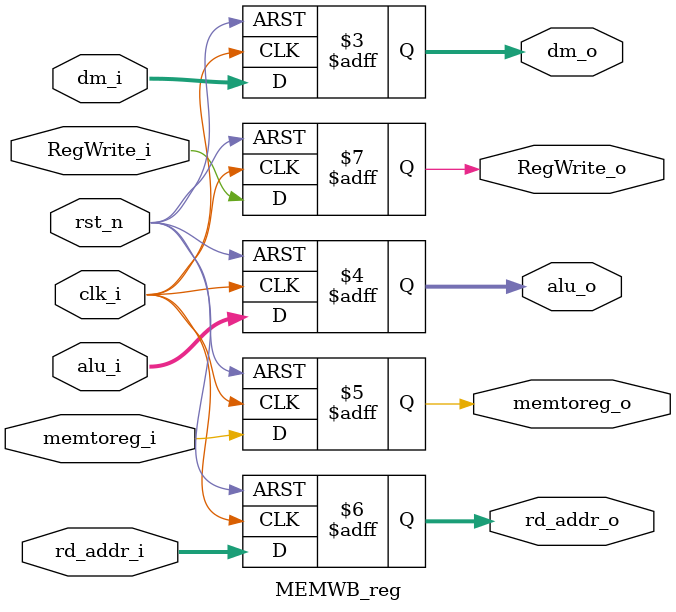
<source format=v>
module MEMWB_reg( clk_i, rst_n, dm_i, dm_o , alu_i , alu_o , memtoreg_i , memtoreg_o , rd_addr_i , rd_addr_o , RegWrite_i , RegWrite_o);
     
//I/O ports
input           clk_i;
input	        rst_n;

input  [32-1:0] dm_i;
output [32-1:0] dm_o;

input  [32-1:0] alu_i;
output [32-1:0] alu_o;

input  memtoreg_i;
output memtoreg_o;

input  [4:0] rd_addr_i;
output [4:0] rd_addr_o;

input  RegWrite_i;
output RegWrite_o;
 
//Internal Signals
reg    [32-1:0] dm_o;
reg    [32-1:0] alu_o;
reg memtoreg_o;
reg RegWrite_o;
reg [4:0] rd_addr_o;

//Main function
always @(posedge clk_i or negedge rst_n) begin
    if(~rst_n) begin
	        dm_o <= 0;
	        alu_o <= 0;
		memtoreg_o <= 0;
		rd_addr_o <= 0;
		RegWrite_o <= 0;
	end
	else begin
	    dm_o <= dm_i;
	    alu_o <= alu_i;
	    memtoreg_o <= memtoreg_i;
	    rd_addr_o <= rd_addr_i;
	    RegWrite_o <= RegWrite_i;
	end
end

endmodule
</source>
